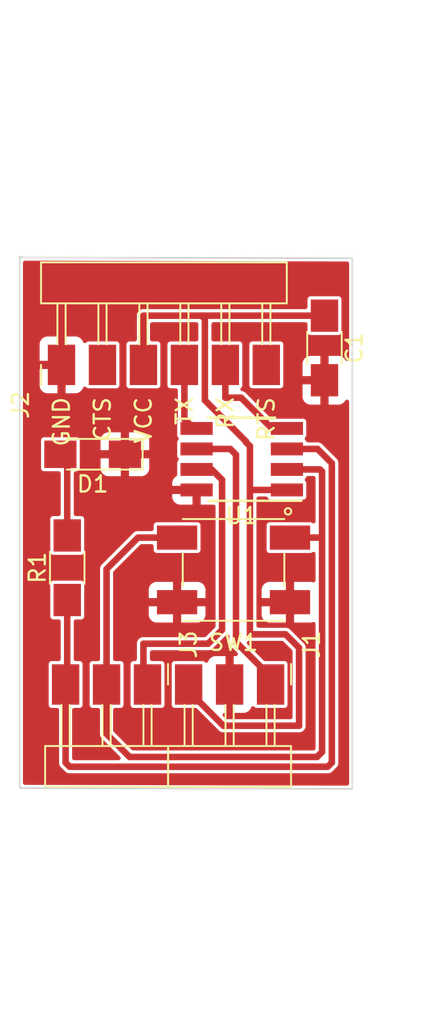
<source format=kicad_pcb>
(kicad_pcb (version 20211014) (generator pcbnew)
  (layers (0 "F.Cu" signal) (31 "B.Cu" signal) (34 "B.Paste" user) (35 "F.Paste" user) (36 "B.SilkS" user "B.Silkscreen") (37 "F.SilkS" user "F.Silkscreen") (38 "B.Mask" user) (39 "F.Mask" user) (44 "Edge.Cuts" user))
  (net 0 "")
  (net 1 "GND")
  (net 2 "VCC")
  (net 3 "Net-(D1-Pad2)")
  (net 5 "Net-(J2-Pad4)")
  (net 6 "Net-(J2-Pad5)")
  (net 8 "Net-(R1-Pad1)")
  (net 9 "Net-(J1-Pad1)")
  (net 10 "Net-(U1-Pad7)")
  (net 11 "Net-(SW1-Pad2)")
  (footprint "fab:PinHeader_1x03_P2.54mm_Horizontal_SMD" (layer "F.Cu") (at 119.644 85.076 -90)
    (fp_text reference "J1" (at -1.524 -2.54 90) (layer "F.SilkS") (effects (justify left)))
    (fp_text value "Conn_PinHeader_1x03_P2.54mm_Horizontal_SMD")
    (fp_line (start 3.81 6.35) (end 3.81 -1.27) (layer "F.SilkS") (width 0.12))
    (fp_line (start 3.81 -1.27) (end 6.35 -1.27) (layer "F.SilkS") (width 0.12))
    (fp_line (start -1.27 -1.27) (end 0 -1.27) (layer "F.SilkS") (width 0.12))
    (fp_line (start 3.81 2.794) (end 1.27 2.794) (layer "F.SilkS") (width 0.12))
    (fp_line (start 3.81 0.254) (end 1.27 0.254) (layer "F.SilkS") (width 0.12))
    (fp_line (start 6.35 -1.27) (end 6.35 6.35) (layer "F.SilkS") (width 0.12))
    (fp_line (start 3.81 5.334) (end 1.27 5.334) (layer "F.SilkS") (width 0.12))
    (fp_line (start 3.81 -0.254) (end 1.27 -0.254) (layer "F.SilkS") (width 0.12))
    (fp_line (start 6.35 6.35) (end 3.81 6.35) (layer "F.SilkS") (width 0.12))
    (fp_line (start 3.81 4.826) (end 1.27 4.826) (layer "F.SilkS") (width 0.12))
    (fp_line (start 3.81 2.286) (end 1.27 2.286) (layer "F.SilkS") (width 0.12))
    (pad "1" smd rect locked (at 0 0 270) (size 2.5 1.7) (layers "F.Cu" "F.Paste" "F.Mask") (net 9 "Net-(J1-Pad1)"))
    (pad "2" smd rect locked (at 0 2.54 270) (size 2.5 1.7) (layers "F.Cu" "F.Paste" "F.Mask") (net 1 "GND"))
    (pad "3" smd rect locked (at 0 5.08 270) (size 2.5 1.7) (layers "F.Cu" "F.Paste" "F.Mask") (net 2 "VCC"))
  )
  (footprint "fab:LED_1206" (layer "F.Cu") (at 108.6104 70.8152 180)
    (fp_text reference "D1" (at 0 -1.85) (layer "F.SilkS"))
    (fp_text value "LED")
    (fp_line (start -3.1 0.95) (end 1.6 0.95) (layer "F.SilkS") (width 0.12))
    (fp_line (start -3.1 -0.95) (end 1.6 -0.95) (layer "F.SilkS") (width 0.12))
    (fp_line (start -3.1 -0.95) (end -3.1 0.95) (layer "F.SilkS") (width 0.12))
    (pad "1" smd rect locked (at -2 0 180) (size 2 1.7) (layers "F.Cu" "F.Paste" "F.Mask") (net 1 "GND"))
    (pad "2" smd rect locked (at 2 0 180) (size 2 1.7) (layers "F.Cu" "F.Paste" "F.Mask") (net 3 "Net-(D1-Pad2)"))
  )
  (footprint "fab:SOIC-8_3.9x4.9mm_P1.27mm" (layer "F.Cu") (at 117.856 71.12 180)
    (fp_text reference "U1" (at 0 -3.5) (layer "F.SilkS"))
    (fp_text value "Microcontroller_ATtiny412_SSFR")
    (fp_line (start -3.69 -2.575) (end 2.075 -2.575) (layer "F.SilkS") (width 0.15))
    (fp_line (start -2.075 2.575) (end 2.075 2.575) (layer "F.SilkS") (width 0.15))
    (fp_circle (center -2.87 -3.23) (end -2.67 -3.23) (layer "F.SilkS") (width 0.12) (fill none))
    (pad "1" smd rect locked (at -2.8 -1.905 180) (size 2 0.8) (layers "F.Cu" "F.Paste" "F.Mask") (net 2 "VCC"))
    (pad "2" smd rect locked (at -2.8 -0.635 180) (size 2 0.8) (layers "F.Cu" "F.Paste" "F.Mask") (net 11 "Net-(SW1-Pad2)"))
    (pad "3" smd rect locked (at -2.8 0.635 180) (size 2 0.8) (layers "F.Cu" "F.Paste" "F.Mask") (net 8 "Net-(R1-Pad1)"))
    (pad "4" smd rect locked (at -2.8 1.905 180) (size 2 0.8) (layers "F.Cu" "F.Paste" "F.Mask") (net 6 "Net-(J2-Pad5)"))
    (pad "5" smd rect locked (at 2.8 1.905 180) (size 2 0.8) (layers "F.Cu" "F.Paste" "F.Mask") (net 5 "Net-(J2-Pad4)"))
    (pad "6" smd rect locked (at 2.8 0.635 180) (size 2 0.8) (layers "F.Cu" "F.Paste" "F.Mask") (net 9 "Net-(J1-Pad1)"))
    (pad "7" smd rect locked (at 2.8 -0.635 180) (size 2 0.8) (layers "F.Cu" "F.Paste" "F.Mask") (net 10 "Net-(U1-Pad7)"))
    (pad "8" smd rect locked (at 2.8 -1.905 180) (size 2 0.8) (layers "F.Cu" "F.Paste" "F.Mask") (net 1 "GND"))
  )
  (footprint "fab:Button_Omron_B3SN_6x6mm" (layer "F.Cu") (at 117.348 77.978 180)
    (fp_text reference "SW1" (at 0 -4.5) (layer "F.SilkS"))
    (fp_text value "BUTTON_B3SN")
    (fp_line (start -3.15 1) (end -3.15 -1) (layer "F.SilkS") (width 0.12))
    (fp_line (start 3.15 3.15) (end -3.15 3.15) (layer "F.SilkS") (width 0.12))
    (fp_line (start 3.15 -1) (end 3.15 1) (layer "F.SilkS") (width 0.12))
    (fp_line (start -3.15 -3.15) (end 3.15 -3.15) (layer "F.SilkS") (width 0.12))
    (pad "1" smd rect locked (at -3.5 -2 180) (size 2.5 1.5) (layers "F.Cu" "F.Paste" "F.Mask") (net 1 "GND"))
    (pad "1" smd rect locked (at 3.5 -2 180) (size 2.5 1.5) (layers "F.Cu" "F.Paste" "F.Mask") (net 1 "GND"))
    (pad "2" smd rect locked (at 3.5 2 180) (size 2.5 1.5) (layers "F.Cu" "F.Paste" "F.Mask") (net 11 "Net-(SW1-Pad2)"))
    (pad "2" smd rect locked (at -3.5 2 180) (size 2.5 1.5) (layers "F.Cu" "F.Paste" "F.Mask") (net 11 "Net-(SW1-Pad2)"))
  )
  (footprint "fab:PinHeader_FTDI_01x06_P2.54mm_Horizontal_SMD" (layer "F.Cu") (at 106.68 65.278 90)
    (fp_text reference "J2" (at -1.524 -2.54 90) (layer "F.SilkS") (effects (justify right)))
    (fp_text value "Conn_PinHeader_FTDI_1x06_P2.54mm_Horizontal_SMD")
    (fp_text user "RX" (at -1.905 10.16 90) (layer "F.SilkS") (effects (justify right)))
    (fp_text user "RTS" (at -1.905 12.7 270) (layer "F.SilkS") (effects (justify right)))
    (fp_text user "TX" (at -1.905 7.62 90) (layer "F.SilkS") (effects (justify right)))
    (fp_text user "VCC" (at -1.905 5.08 90) (layer "F.SilkS") (effects (justify right)))
    (fp_text user "GND" (at -1.905 0 90) (layer "F.SilkS") (effects (justify right)))
    (fp_text user "CTS" (at -1.905 2.54 90) (layer "F.SilkS") (effects (justify right)))
    (fp_line (start 3.81 0.254) (end 1.27 0.254) (layer "F.SilkS") (width 0.12))
    (fp_line (start 3.81 -1.27) (end 6.35 -1.27) (layer "F.SilkS") (width 0.12))
    (fp_line (start 3.81 12.954) (end 1.27 12.954) (layer "F.SilkS") (width 0.12))
    (fp_line (start 3.81 2.794) (end 1.27 2.794) (layer "F.SilkS") (width 0.12))
    (fp_line (start 3.81 12.446) (end 1.27 12.446) (layer "F.SilkS") (width 0.12))
    (fp_line (start 3.81 13.97) (end 3.81 -1.27) (layer "F.SilkS") (width 0.12))
    (fp_line (start 3.81 7.874) (end 1.27 7.874) (layer "F.SilkS") (width 0.12))
    (fp_line (start 6.35 -1.27) (end 6.35 13.97) (layer "F.SilkS") (width 0.12))
    (fp_line (start 6.35 13.97) (end 3.81 13.97) (layer "F.SilkS") (width 0.12))
    (fp_line (start 3.81 4.826) (end 1.27 4.826) (layer "F.SilkS") (width 0.12))
    (fp_line (start -1.27 -1.27) (end 0 -1.27) (layer "F.SilkS") (width 0.12))
    (fp_line (start 3.81 9.906) (end 1.27 9.906) (layer "F.SilkS") (width 0.12))
    (fp_line (start 3.81 -0.254) (end 1.27 -0.254) (layer "F.SilkS") (width 0.12))
    (fp_line (start 3.81 7.366) (end 1.27 7.366) (layer "F.SilkS") (width 0.12))
    (fp_line (start 3.81 2.286) (end 1.27 2.286) (layer "F.SilkS") (width 0.12))
    (fp_line (start 3.81 5.334) (end 1.27 5.334) (layer "F.SilkS") (width 0.12))
    (fp_line (start 3.81 10.414) (end 1.27 10.414) (layer "F.SilkS") (width 0.12))
    (pad "1" smd rect locked (at 0 0 90) (size 2.5 1.7) (layers "F.Cu" "F.Paste" "F.Mask") (net 1 "GND"))
    (pad "2" smd rect locked (at 0 2.54 90) (size 2.5 1.7) (layers "F.Cu" "F.Paste" "F.Mask"))
    (pad "3" smd rect locked (at 0 5.08 90) (size 2.5 1.7) (layers "F.Cu" "F.Paste" "F.Mask") (net 2 "VCC"))
    (pad "4" smd rect locked (at 0 7.62 90) (size 2.5 1.7) (layers "F.Cu" "F.Paste" "F.Mask") (net 5 "Net-(J2-Pad4)"))
    (pad "5" smd rect locked (at 0 10.16 90) (size 2.5 1.7) (layers "F.Cu" "F.Paste" "F.Mask") (net 6 "Net-(J2-Pad5)"))
    (pad "6" smd rect locked (at 0 12.7 90) (size 2.5 1.7) (layers "F.Cu" "F.Paste" "F.Mask"))
  )
  (footprint "fab:R_1206" (layer "F.Cu") (at 107.0356 77.8444 90)
    (fp_text reference "R1" (at 0 -1.85 90) (layer "F.SilkS"))
    (fp_text value "499")
    (fp_line (start 1 1.07) (end -1 1.07) (layer "F.SilkS") (width 0.12))
    (fp_line (start -1 -1.07) (end 1 -1.07) (layer "F.SilkS") (width 0.12))
    (pad "1" smd rect locked (at -2 0 90) (size 2 1.7) (layers "F.Cu" "F.Paste" "F.Mask") (net 8 "Net-(R1-Pad1)"))
    (pad "2" smd rect locked (at 2 0 90) (size 2 1.7) (layers "F.Cu" "F.Paste" "F.Mask") (net 3 "Net-(D1-Pad2)"))
  )
  (footprint "fab:PinHeader_1x03_P2.54mm_Horizontal_SMD" (layer "F.Cu") (at 112.014 85.076 -90)
    (fp_text reference "J3" (at -1.524 -2.54 90) (layer "F.SilkS") (effects (justify left)))
    (fp_text value "Conn_PinHeader_1x03_P2.54mm_Horizontal_SMD")
    (fp_line (start 6.35 -1.27) (end 6.35 6.35) (layer "F.SilkS") (width 0.12))
    (fp_line (start 3.81 -0.254) (end 1.27 -0.254) (layer "F.SilkS") (width 0.12))
    (fp_line (start 3.81 5.334) (end 1.27 5.334) (layer "F.SilkS") (width 0.12))
    (fp_line (start 3.81 4.826) (end 1.27 4.826) (layer "F.SilkS") (width 0.12))
    (fp_line (start 3.81 2.286) (end 1.27 2.286) (layer "F.SilkS") (width 0.12))
    (fp_line (start 3.81 -1.27) (end 6.35 -1.27) (layer "F.SilkS") (width 0.12))
    (fp_line (start 3.81 2.794) (end 1.27 2.794) (layer "F.SilkS") (width 0.12))
    (fp_line (start -1.27 -1.27) (end 0 -1.27) (layer "F.SilkS") (width 0.12))
    (fp_line (start 3.81 6.35) (end 3.81 -1.27) (layer "F.SilkS") (width 0.12))
    (fp_line (start 6.35 6.35) (end 3.81 6.35) (layer "F.SilkS") (width 0.12))
    (fp_line (start 3.81 0.254) (end 1.27 0.254) (layer "F.SilkS") (width 0.12))
    (pad "1" smd rect locked (at 0 0 270) (size 2.5 1.7) (layers "F.Cu" "F.Paste" "F.Mask") (net 10 "Net-(U1-Pad7)"))
    (pad "2" smd rect locked (at 0 2.54 270) (size 2.5 1.7) (layers "F.Cu" "F.Paste" "F.Mask") (net 11 "Net-(SW1-Pad2)"))
    (pad "3" smd rect locked (at 0 5.08 270) (size 2.5 1.7) (layers "F.Cu" "F.Paste" "F.Mask") (net 8 "Net-(R1-Pad1)"))
  )
  (footprint "fab:C_1206" (layer "F.Cu") (at 122.9868 64.23 -90)
    (fp_text reference "C1" (at 0 -1.85 90) (layer "F.SilkS"))
    (fp_text value "1u")
    (fp_line (start -1 -1.07) (end 1 -1.07) (layer "F.SilkS") (width 0.12))
    (fp_line (start 1 1.07) (end -1 1.07) (layer "F.SilkS") (width 0.12))
    (pad "1" smd rect locked (at -2 0 270) (size 2 1.7) (layers "F.Cu" "F.Paste" "F.Mask") (net 2 "VCC"))
    (pad "2" smd rect locked (at 2 0 270) (size 2 1.7) (layers "F.Cu" "F.Paste" "F.Mask") (net 1 "GND"))
  )
  (gr_line (start 124.714 58.674) (end 124.714 91.5416) (layer "Edge.Cuts") (width 0.1))
  (gr_line (start 104.3432 58.6232) (end 104.0892 58.5724) (layer "Edge.Cuts") (width 0.1))
  (gr_line (start 104.3432 58.6232) (end 124.714 58.674) (layer "Edge.Cuts") (width 0.1))
  (gr_line (start 124.714 91.5416) (end 104.0892 91.4908) (layer "Edge.Cuts") (width 0.1))
  (gr_line (start 104.0892 91.4908) (end 104.0892 58.5724) (layer "Edge.Cuts") (width 0.1))
  (segment (start 118.10632 70.00542) (end 118.10632 70.04952) (width 0.4064) (layer "F.Cu") (net 2))
  (segment (start 111.252 65.786) (end 111.76 65.278) (width 0.4064) (layer "F.Cu") (net 2))
  (segment (start 114.564 85.476) (end 116.718 87.63) (width 0.4064) (layer "F.Cu") (net 2))
  (segment (start 118.4402 73.025) (end 118.364 73.1012) (width 0.4064) (layer "F.Cu") (net 2))
  (segment (start 115.57 67.4691) (end 115.57 62.4332) (width 0.4064) (layer "F.Cu") (net 2))
  (segment (start 122.9868 62.23) (end 115.3668 62.23) (width 0.4064) (layer "F.Cu") (net 2))
  (segment (start 121.412 82.804) (end 120.577031 81.969031) (width 0.4064) (layer "F.Cu") (net 2))
  (segment (start 120.577031 81.969031) (end 118.364 81.969031) (width 0.4064) (layer "F.Cu") (net 2))
  (segment (start 118.364 70.3072) (end 118.364 73.1012) (width 0.4064) (layer "F.Cu") (net 2))
  (segment (start 111.76 62.23) (end 111.76 65.278) (width 0.4064) (layer "F.Cu") (net 2))
  (segment (start 121.412 87.63) (end 121.412 82.804) (width 0.4064) (layer "F.Cu") (net 2))
  (segment (start 114.564 85.076) (end 114.564 85.476) (width 0.4064) (layer "F.Cu") (net 2))
  (segment (start 118.10632 70.04952) (end 118.364 70.3072) (width 0.4064) (layer "F.Cu") (net 2))
  (segment (start 115.3668 62.23) (end 111.76 62.23) (width 0.4064) (layer "F.Cu") (net 2))
  (segment (start 120.529 72.898) (end 120.656 73.025) (width 0.4064) (layer "F.Cu") (net 2))
  (segment (start 114.3 85.34) (end 114.564 85.076) (width 0.4064) (layer "F.Cu") (net 2))
  (segment (start 120.656 73.025) (end 118.4402 73.025) (width 0.4064) (layer "F.Cu") (net 2))
  (segment (start 114.564 85.862) (end 114.564 85.076) (width 0.4064) (layer "F.Cu") (net 2))
  (segment (start 118.364 73.1012) (end 118.364 81.969031) (width 0.4064) (layer "F.Cu") (net 2))
  (segment (start 116.718 87.63) (end 121.412 87.63) (width 0.4064) (layer "F.Cu") (net 2))
  (segment (start 115.57 62.4332) (end 115.3668 62.23) (width 0.4064) (layer "F.Cu") (net 2))
  (segment (start 118.10632 70.00542) (end 115.57 67.4691) (width 0.4064) (layer "F.Cu") (net 2))
  (segment (start 107.0356 75.8444) (end 107.0356 71.2404) (width 0.4064) (layer "F.Cu") (net 3))
  (segment (start 107.0356 71.2404) (end 106.6104 70.8152) (width 0.4064) (layer "F.Cu") (net 3))
  (segment (start 114.3 68.6308) (end 114.8842 69.215) (width 0.4064) (layer "F.Cu") (net 5))
  (segment (start 114.3 65.278) (end 114.3 68.6308) (width 0.4064) (layer "F.Cu") (net 5))
  (segment (start 114.8842 69.215) (end 115.056 69.215) (width 0.4064) (layer "F.Cu") (net 5))
  (segment (start 120.656 69.215) (end 119.720578 69.215) (width 0.4064) (layer "F.Cu") (net 6))
  (segment (start 116.84 67.31) (end 116.84 65.278) (width 0.4064) (layer "F.Cu") (net 6))
  (segment (start 119.720578 69.215) (end 117.815578 67.31) (width 0.4064) (layer "F.Cu") (net 6))
  (segment (start 117.815578 67.31) (end 116.84 67.31) (width 0.4064) (layer "F.Cu") (net 6))
  (segment (start 123.19 90.17) (end 123.444 89.916) (width 0.4064) (layer "F.Cu") (net 8))
  (segment (start 120.656 70.485) (end 122.555 70.485) (width 0.4064) (layer "F.Cu") (net 8))
  (segment (start 107.188 90.17) (end 123.19 90.17) (width 0.4064) (layer "F.Cu") (net 8))
  (segment (start 123.444 71.374) (end 123.444 89.916) (width 0.4064) (layer "F.Cu") (net 8))
  (segment (start 107.0356 79.8444) (end 107.0356 84.9744) (width 0.4064) (layer "F.Cu") (net 8))
  (segment (start 106.934 89.916) (end 106.934 85.076) (width 0.4064) (layer "F.Cu") (net 8))
  (segment (start 122.555 70.485) (end 123.444 71.374) (width 0.4064) (layer "F.Cu") (net 8))
  (segment (start 106.934 89.916) (end 107.188 90.17) (width 0.4064) (layer "F.Cu") (net 8))
  (segment (start 107.0356 84.9744) (end 106.934 85.076) (width 0.4064) (layer "F.Cu") (net 8))
  (segment (start 117.144351 70.485) (end 117.5004 70.841049) (width 0.4064) (layer "F.Cu") (net 9))
  (segment (start 119.644 84.676) (end 119.644 85.076) (width 0.4064) (layer "F.Cu") (net 9))
  (segment (start 119.644 84.592) (end 117.5004 82.4484) (width 0.4064) (layer "F.Cu") (net 9))
  (segment (start 115.056 70.485) (end 117.144351 70.485) (width 0.4064) (layer "F.Cu") (net 9))
  (segment (start 117.5004 82.4484) (end 117.5004 70.841049) (width 0.4064) (layer "F.Cu") (net 9))
  (segment (start 119.644 85.076) (end 119.644 84.592) (width 0.4064) (layer "F.Cu") (net 9))
  (segment (start 115.991422 71.755) (end 116.6368 72.400378) (width 0.4064) (layer "F.Cu") (net 10))
  (segment (start 115.7732 82.55) (end 111.76 82.55) (width 0.4064) (layer "F.Cu") (net 10))
  (segment (start 111.76 82.55) (end 111.76 84.822) (width 0.4064) (layer "F.Cu") (net 10))
  (segment (start 116.6368 81.6864) (end 115.7732 82.55) (width 0.4064) (layer "F.Cu") (net 10))
  (segment (start 116.6368 72.400378) (end 116.6368 81.6864) (width 0.4064) (layer "F.Cu") (net 10))
  (segment (start 111.76 84.822) (end 112.014 85.076) (width 0.4064) (layer "F.Cu") (net 10))
  (segment (start 115.056 71.755) (end 115.991422 71.755) (width 0.4064) (layer "F.Cu") (net 10))
  (segment (start 109.474 85.076) (end 109.474 88.138) (width 0.4064) (layer "F.Cu") (net 11))
  (segment (start 122.71108 71.755) (end 122.83808 71.882) (width 0.4064) (layer "F.Cu") (net 11))
  (segment (start 122.52592 89.56408) (end 122.83808 89.25192) (width 0.4064) (layer "F.Cu") (net 11))
  (segment (start 109.474 88.138) (end 110.90008 89.56408) (width 0.4064) (layer "F.Cu") (net 11))
  (segment (start 120.656 71.755) (end 122.71108 71.755) (width 0.4064) (layer "F.Cu") (net 11))
  (segment (start 122.70816 75.978) (end 122.83808 75.84808) (width 0.4064) (layer "F.Cu") (net 11))
  (segment (start 122.83808 75.84808) (end 122.83808 71.882) (width 0.4064) (layer "F.Cu") (net 11))
  (segment (start 113.848 75.978) (end 111.4232 75.978) (width 0.4064) (layer "F.Cu") (net 11))
  (segment (start 111.4232 75.978) (end 109.474 77.9272) (width 0.4064) (layer "F.Cu") (net 11))
  (segment (start 120.848 75.978) (end 122.70816 75.978) (width 0.4064) (layer "F.Cu") (net 11))
  (segment (start 109.474 77.9272) (end 109.474 85.076) (width 0.4064) (layer "F.Cu") (net 11))
  (segment (start 122.83808 89.25192) (end 122.83808 75.84808) (width 0.4064) (layer "F.Cu") (net 11))
  (segment (start 110.90008 89.56408) (end 122.52592 89.56408) (width 0.4064) (layer "F.Cu") (net 11))
  (zone (net 1) (net_name "GND") (layer "F.Cu") (connect_pads (clearance 0.199898)) (min_thickness 0.254) (fill yes (thermal_gap 0.508) (thermal_bridge_width 0.508))
    (polygon (pts (xy 124.738789 91.5202) (xy 104.14 91.447875) (xy 104.14 58.42) (xy 124.775022 58.62034)))
  )
)
</source>
